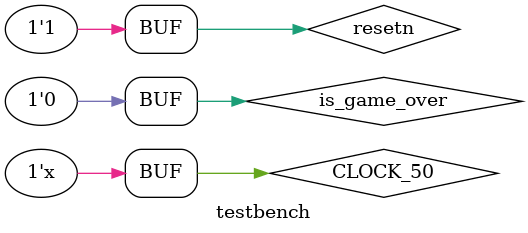
<source format=v>
`timescale 1ns / 1ps

module testbench;
    // Inputs
    reg CLOCK_50;
    reg resetn;
    reg is_game_over;
    parameter CLOCK_PERIOD = 20;

    // Outputs
    wire [7:0] minutes;
    wire [7:0] hours;
    wire [7:0] seconds;

    // Clock generation
    initial begin
        CLOCK_50 <= 1'b0;
    end

    always begin
        #(CLOCK_PERIOD / 2) CLOCK_50 = ~CLOCK_50;  // Toggle clock every half period
    end

    // Instantiate the game_timer module
    game_timer U1 (
        .CLOCK_50(CLOCK_50),
        .resetn(resetn),
        .is_game_over(is_game_over),
        .minutes(minutes),
        .hours(hours),
        .seconds(seconds)
    );

    initial begin
        // Initial settings
        resetn = 0;
        is_game_over = 0;
        #50;
        resetn = 1;
        #5000;
    end
endmodule

</source>
